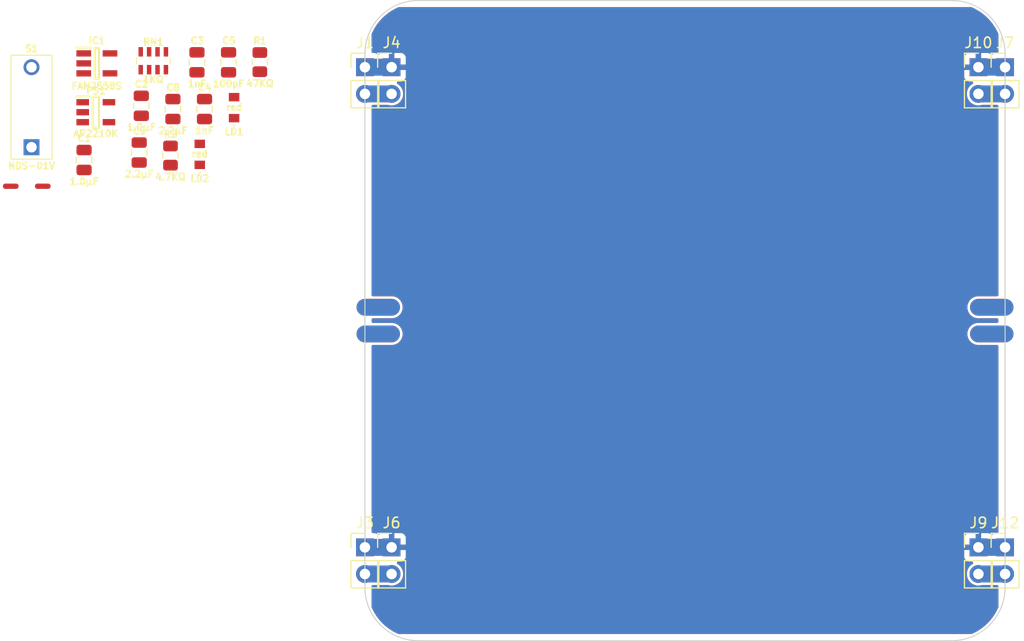
<source format=kicad_pcb>
(kicad_pcb (version 20221018) (generator pcbnew)
  (layers (0 "F.Cu" signal) (31 "B.Cu" signal) (34 "B.Paste" user) (37 "F.SilkS" user "F.Silkscreen") (38 "B.Mask" user) (39 "F.Mask" user) (44 "Edge.Cuts" user))
  (net 0 "")
  (net 1 "/GND")
  (net 2 "/Source 5V")
  (net 3 "unconnected-(J1-Pad2)")
  (net 4 "unconnected-(J10-Pad2)")
  (net 5 "unconnected-(J12-Pad2)")
  (net 6 "/5V")
  (net 7 "Net-(C5-Pad1)")
  (net 8 "/3.8V")
  (net 9 "/~{Power Error}")
  (net 10 "Net-(LD1-Pad1)")
  (net 11 "/Power LED")
  (net 12 "Net-(LD2-Pad1)")
  (net 13 "/Reset LED")
  (net 14 "/~{Reset}")
  (net 19 "/LED Enable")
  (footprint "Connector_PinHeader_2.54mm:PinHeader_1x02_P2.54mm_Vertical" (layer "F.Cu") (at 127 76.2)
    (fp_text reference "J4" (at 0 -2.33) (layer "F.SilkS"))
    (fp_text value "Conn_01x02_Male")
    (fp_line (start -1.33 -1.33) (end 0 -1.33) (stroke (width 0.12)) (layer "F.SilkS"))
    (fp_line (start -1.33 0) (end -1.33 -1.33) (stroke (width 0.12)) (layer "F.SilkS"))
    (fp_line (start -1.33 1.27) (end -1.33 3.87) (stroke (width 0.12)) (layer "F.SilkS"))
    (fp_line (start -1.33 1.27) (end 1.33 1.27) (stroke (width 0.12)) (layer "F.SilkS"))
    (fp_line (start -1.33 3.87) (end 1.33 3.87) (stroke (width 0.12)) (layer "F.SilkS"))
    (fp_line (start 1.33 1.27) (end 1.33 3.87) (stroke (width 0.12)) (layer "F.SilkS"))
    (pad "1" thru_hole rect (at 0 0) (size 1.7 1.7) (drill 1) (layers "*.Cu" "*.Mask") (net 1 "/GND"))
    (pad "2" thru_hole oval (at 0 2.54) (size 1.7 1.7) (drill 1) (layers "*.Cu" "*.Mask") (net 3 "unconnected-(J1-Pad2)"))
  )
  (footprint "Connector_PinHeader_2.54mm:PinHeader_1x02_P2.54mm_Vertical" (layer "F.Cu") (at 182.88 76.2)
    (fp_text reference "J10" (at 0 -2.33) (layer "F.SilkS"))
    (fp_text value "Conn_01x02_Male")
    (fp_line (start -1.33 -1.33) (end 0 -1.33) (stroke (width 0.12)) (layer "F.SilkS"))
    (fp_line (start -1.33 0) (end -1.33 -1.33) (stroke (width 0.12)) (layer "F.SilkS"))
    (fp_line (start -1.33 1.27) (end -1.33 3.87) (stroke (width 0.12)) (layer "F.SilkS"))
    (fp_line (start -1.33 1.27) (end 1.33 1.27) (stroke (width 0.12)) (layer "F.SilkS"))
    (fp_line (start -1.33 3.87) (end 1.33 3.87) (stroke (width 0.12)) (layer "F.SilkS"))
    (fp_line (start 1.33 1.27) (end 1.33 3.87) (stroke (width 0.12)) (layer "F.SilkS"))
    (pad "1" thru_hole rect (at 0 0) (size 1.7 1.7) (drill 1) (layers "*.Cu" "*.Mask") (net 1 "/GND"))
    (pad "2" thru_hole oval (at 0 2.54) (size 1.7 1.7) (drill 1) (layers "*.Cu" "*.Mask") (net 4 "unconnected-(J10-Pad2)"))
  )
  (footprint "SamacSys_Parts:R_0805" (layer "F.Cu") (at 105.955 84.615)
    (fp_text reference "R2" (at 0 -2.032 180) (layer "F.SilkS") (effects (font (size 0.635 0.635))))
    (fp_text value "R_0805" hide)
    (fp_text user "${Description}" (at 0 2.032 180) (layer "F.SilkS") (effects (font (size 0.635 0.635))))
    (fp_line (start -0.745 0.227064) (end -0.745 -0.227064) (stroke (width 0.12)) (layer "F.SilkS"))
    (fp_line (start 0.725 0.227064) (end 0.725 -0.227064) (stroke (width 0.12)) (layer "F.SilkS"))
    (pad "1" smd roundrect (at -0.01 0.9125 90) (size 1.025 1.4) (layers "F.Cu" "F.Paste" "F.Mask") (roundrect_rratio 0.243902) (net 19 "/LED Enable"))
    (pad "2" smd roundrect (at -0.01 -0.9125 90) (size 1.025 1.4) (layers "F.Cu" "F.Paste" "F.Mask") (roundrect_rratio 0.243902) (net 6 "/5V"))
  )
  (footprint "SamacSys_Parts:C_0805" (layer "F.Cu") (at 97.715 85.051)
    (fp_text reference "C1" (at 0.027 -2.075 180) (layer "F.SilkS") (effects (font (size 0.635 0.635))))
    (fp_text value "C_0805" hide)
    (fp_text user "${Description}" (at 0 2.032) (layer "F.SilkS") (effects (font (size 0.635 0.635))))
    (fp_line (start -0.735 0.245252) (end -0.735 -0.277252) (stroke (width 0.12)) (layer "F.SilkS"))
    (fp_line (start 0.735 0.245252) (end 0.735 -0.277252) (stroke (width 0.12)) (layer "F.SilkS"))
    (pad "1" smd roundrect (at 0 0.934 90) (size 1 1.45) (layers "F.Cu" "F.Paste" "F.Mask") (net 2 "/Source 5V"))
    (pad "2" smd roundrect (at 0 -0.966 90) (size 1 1.45) (layers "F.Cu" "F.Paste" "F.Mask") (net 1 "/GND"))
  )
  (footprint "SamacSys_Parts:C_0805" (layer "F.Cu") (at 109.185 80.201)
    (fp_text reference "C4" (at 0.027 -2.075 180) (layer "F.SilkS") (effects (font (size 0.635 0.635))))
    (fp_text value "C_0805" hide)
    (fp_text user "${Description}" (at 0 2.032) (layer "F.SilkS") (effects (font (size 0.635 0.635))))
    (fp_line (start -0.735 0.245252) (end -0.735 -0.277252) (stroke (width 0.12)) (layer "F.SilkS"))
    (fp_line (start 0.735 0.245252) (end 0.735 -0.277252) (stroke (width 0.12)) (layer "F.SilkS"))
    (pad "1" smd roundrect (at 0 0.934 90) (size 1 1.45) (layers "F.Cu" "F.Paste" "F.Mask") (net 6 "/5V"))
    (pad "2" smd roundrect (at 0 -0.966 90) (size 1 1.45) (layers "F.Cu" "F.Paste" "F.Mask") (net 1 "/GND"))
  )
  (footprint "SamacSys_Parts:CAY16-J4" (layer "F.Cu") (at 104.31 75.584)
    (fp_text reference "RN1" (at 0 -1.778) (layer "F.SilkS") (effects (font (size 0.635 0.635))))
    (fp_text value "CAY16-102J4LF" hide)
    (fp_text user "${Silkscreen}" (at 0 1.778) (layer "F.SilkS") (effects (font (size 0.635 0.635))))
    (fp_line (start -1.6 -0.3) (end -1.6 0.3) (stroke (width 0.1)) (layer "F.SilkS"))
    (fp_line (start 1.6 -0.3) (end 1.6 0.3) (stroke (width 0.1)) (layer "F.SilkS"))
    (pad "1" smd rect (at -1.2 0.85) (size 0.425 0.9) (layers "F.Cu" "F.Paste" "F.Mask") (net 1 "/GND"))
    (pad "2" smd rect (at -0.4 0.85) (size 0.425 0.9) (layers "F.Cu" "F.Paste" "F.Mask"))
    (pad "3" smd rect (at 0.4 0.85) (size 0.425 0.9) (layers "F.Cu" "F.Paste" "F.Mask"))
    (pad "4" smd rect (at 1.2 0.85) (size 0.425 0.9) (layers "F.Cu" "F.Paste" "F.Mask") (net 1 "/GND"))
    (pad "5" smd rect (at 1.2 -0.85) (size 0.425 0.9) (layers "F.Cu" "F.Paste" "F.Mask") (net 12 "Net-(LD2-Pad1)"))
    (pad "6" smd rect (at 0.4 -0.85) (size 0.425 0.9) (layers "F.Cu" "F.Paste" "F.Mask"))
    (pad "7" smd rect (at -0.4 -0.85) (size 0.425 0.9) (layers "F.Cu" "F.Paste" "F.Mask"))
    (pad "8" smd rect (at -1.2 -0.85) (size 0.425 0.9) (layers "F.Cu" "F.Paste" "F.Mask") (net 10 "Net-(LD1-Pad1)"))
  )
  (footprint "Connector_PinHeader_2.54mm:PinHeader_1x02_P2.54mm_Vertical" (layer "F.Cu") (at 127 121.92)
    (fp_text reference "J6" (at 0 -2.33) (layer "F.SilkS"))
    (fp_text value "Conn_01x02_Male")
    (fp_line (start -1.33 -1.33) (end 0 -1.33) (stroke (width 0.12)) (layer "F.SilkS"))
    (fp_line (start -1.33 0) (end -1.33 -1.33) (stroke (width 0.12)) (layer "F.SilkS"))
    (fp_line (start -1.33 1.27) (end -1.33 3.87) (stroke (width 0.12)) (layer "F.SilkS"))
    (fp_line (start -1.33 1.27) (end 1.33 1.27) (stroke (width 0.12)) (layer "F.SilkS"))
    (fp_line (start -1.33 3.87) (end 1.33 3.87) (stroke (width 0.12)) (layer "F.SilkS"))
    (fp_line (start 1.33 1.27) (end 1.33 3.87) (stroke (width 0.12)) (layer "F.SilkS"))
    (pad "1" thru_hole rect (at 0 0) (size 1.7 1.7) (drill 1) (layers "*.Cu" "*.Mask") (net 1 "/GND"))
    (pad "2" thru_hole oval (at 0 2.54) (size 1.7 1.7) (drill 1) (layers "*.Cu" "*.Mask") (net 2 "/Source 5V"))
  )
  (footprint "SamacSys_Parts:C_0805" (layer "F.Cu") (at 102.965 84.341)
    (fp_text reference "C9" (at 0.027 -2.075 180) (layer "F.SilkS") (effects (font (size 0.635 0.635))))
    (fp_text value "C_0805" hide)
    (fp_text user "${Description}" (at 0 2.032) (layer "F.SilkS") (effects (font (size 0.635 0.635))))
    (fp_line (start -0.735 0.245252) (end -0.735 -0.277252) (stroke (width 0.12)) (layer "F.SilkS"))
    (fp_line (start 0.735 0.245252) (end 0.735 -0.277252) (stroke (width 0.12)) (layer "F.SilkS"))
    (pad "1" smd roundrect (at 0 0.934 90) (size 1 1.45) (layers "F.Cu" "F.Paste" "F.Mask") (net 8 "/3.8V"))
    (pad "2" smd roundrect (at 0 -0.966 90) (size 1 1.45) (layers "F.Cu" "F.Paste" "F.Mask") (net 1 "/GND"))
  )
  (footprint "Connector_PinHeader_2.54mm:PinHeader_1x02_P2.54mm_Vertical" (layer "F.Cu") (at 124.46 76.2)
    (fp_text reference "J1" (at 0 -2.33) (layer "F.SilkS"))
    (fp_text value "Conn_01x02_Male")
    (fp_line (start -1.33 -1.33) (end 0 -1.33) (stroke (width 0.12)) (layer "F.SilkS"))
    (fp_line (start -1.33 0) (end -1.33 -1.33) (stroke (width 0.12)) (layer "F.SilkS"))
    (fp_line (start -1.33 1.27) (end -1.33 3.87) (stroke (width 0.12)) (layer "F.SilkS"))
    (fp_line (start -1.33 1.27) (end 1.33 1.27) (stroke (width 0.12)) (layer "F.SilkS"))
    (fp_line (start -1.33 3.87) (end 1.33 3.87) (stroke (width 0.12)) (layer "F.SilkS"))
    (fp_line (start 1.33 1.27) (end 1.33 3.87) (stroke (width 0.12)) (layer "F.SilkS"))
    (pad "1" thru_hole rect (at 0 0) (size 1.7 1.7) (drill 1) (layers "*.Cu" "*.Mask") (net 1 "/GND"))
    (pad "2" thru_hole oval (at 0 2.54) (size 1.7 1.7) (drill 1) (layers "*.Cu" "*.Mask") (net 3 "unconnected-(J1-Pad2)"))
  )
  (footprint "NetTie:NetTie-2_SMD_Pad0.5mm" (layer "F.Cu") (at 93.785 87.535)
    (fp_text reference "NT1" hide)
    (fp_text value "NetTie_2" hide)
    (fp_poly (pts (xy -0.5 -0.25) (xy 0.5 -0.25) (xy 0.5 0.25) (xy -0.5 0.25)) (fill solid) (layer "F.Cu"))
    (pad "1" smd circle (at -0.5 0) (size 0.5 0.5) (layers "F.Cu") (net 6 "/5V"))
    (pad "2" smd circle (at 0.5 0) (size 0.5 0.5) (layers "F.Cu") (net 11 "/Power LED"))
  )
  (footprint "Connector_PinHeader_2.54mm:PinHeader_1x02_P2.54mm_Vertical" (layer "F.Cu") (at 185.42 121.92)
    (fp_text reference "J12" (at 0 -2.33) (layer "F.SilkS"))
    (fp_text value "Conn_01x02_Male")
    (fp_line (start -1.33 -1.33) (end 0 -1.33) (stroke (width 0.12)) (layer "F.SilkS"))
    (fp_line (start -1.33 0) (end -1.33 -1.33) (stroke (width 0.12)) (layer "F.SilkS"))
    (fp_line (start -1.33 1.27) (end -1.33 3.87) (stroke (width 0.12)) (layer "F.SilkS"))
    (fp_line (start -1.33 1.27) (end 1.33 1.27) (stroke (width 0.12)) (layer "F.SilkS"))
    (fp_line (start -1.33 3.87) (end 1.33 3.87) (stroke (width 0.12)) (layer "F.SilkS"))
    (fp_line (start 1.33 1.27) (end 1.33 3.87) (stroke (width 0.12)) (layer "F.SilkS"))
    (pad "1" thru_hole rect (at 0 0) (size 1.7 1.7) (drill 1) (layers "*.Cu" "*.Mask") (net 1 "/GND"))
    (pad "2" thru_hole oval (at 0 2.54) (size 1.7 1.7) (drill 1) (layers "*.Cu" "*.Mask") (net 5 "unconnected-(J12-Pad2)"))
  )
  (footprint "NetTie:NetTie-2_SMD_Pad0.5mm" (layer "F.Cu") (at 90.735 87.535)
    (fp_text reference "NT2" hide)
    (fp_text value "NetTie_2" hide)
    (fp_poly (pts (xy -0.5 -0.25) (xy 0.5 -0.25) (xy 0.5 0.25) (xy -0.5 0.25)) (fill solid) (layer "F.Cu"))
    (pad "1" smd circle (at -0.5 0) (size 0.5 0.5) (layers "F.Cu") (net 14 "/~{Reset}"))
    (pad "2" smd circle (at 0.5 0) (size 0.5 0.5) (layers "F.Cu") (net 13 "/Reset LED"))
  )
  (footprint "SamacSys_Parts:C_0805" (layer "F.Cu") (at 103.165 79.891)
    (fp_text reference "C2" (at 0.027 -2.075 180) (layer "F.SilkS") (effects (font (size 0.635 0.635))))
    (fp_text value "C_0805" hide)
    (fp_text user "${Description}" (at 0 2.032) (layer "F.SilkS") (effects (font (size 0.635 0.635))))
    (fp_line (start -0.735 0.245252) (end -0.735 -0.277252) (stroke (width 0.12)) (layer "F.SilkS"))
    (fp_line (start 0.735 0.245252) (end 0.735 -0.277252) (stroke (width 0.12)) (layer "F.SilkS"))
    (pad "1" smd roundrect (at 0 0.934 90) (size 1 1.45) (layers "F.Cu" "F.Paste" "F.Mask") (net 2 "/Source 5V"))
    (pad "2" smd roundrect (at 0 -0.966 90) (size 1 1.45) (layers "F.Cu" "F.Paste" "F.Mask") (net 1 "/GND"))
  )
  (footprint "SamacSys_Parts:C_0805" (layer "F.Cu") (at 108.465 75.751)
    (fp_text reference "C3" (at 0.027 -2.075 180) (layer "F.SilkS") (effects (font (size 0.635 0.635))))
    (fp_text value "C_0805" hide)
    (fp_text user "${Description}" (at 0 2.032) (layer "F.SilkS") (effects (font (size 0.635 0.635))))
    (fp_line (start -0.735 0.245252) (end -0.735 -0.277252) (stroke (width 0.12)) (layer "F.SilkS"))
    (fp_line (start 0.735 0.245252) (end 0.735 -0.277252) (stroke (width 0.12)) (layer "F.SilkS"))
    (pad "1" smd roundrect (at 0 0.934 90) (size 1 1.45) (layers "F.Cu" "F.Paste" "F.Mask") (net 6 "/5V"))
    (pad "2" smd roundrect (at 0 -0.966 90) (size 1 1.45) (layers "F.Cu" "F.Paste" "F.Mask") (net 1 "/GND"))
  )
  (footprint "SamacSys_Parts:C_0805" (layer "F.Cu") (at 106.175 80.201)
    (fp_text reference "C8" (at 0.027 -2.075 180) (layer "F.SilkS") (effects (font (size 0.635 0.635))))
    (fp_text value "C_0805" hide)
    (fp_text user "${Description}" (at 0 2.032) (layer "F.SilkS") (effects (font (size 0.635 0.635))))
    (fp_line (start -0.735 0.245252) (end -0.735 -0.277252) (stroke (width 0.12)) (layer "F.SilkS"))
    (fp_line (start 0.735 0.245252) (end 0.735 -0.277252) (stroke (width 0.12)) (layer "F.SilkS"))
    (pad "1" smd roundrect (at 0 0.934 90) (size 1 1.45) (layers "F.Cu" "F.Paste" "F.Mask") (net 6 "/5V"))
    (pad "2" smd roundrect (at 0 -0.966 90) (size 1 1.45) (layers "F.Cu" "F.Paste" "F.Mask") (net 1 "/GND"))
  )
  (footprint "SamacSys_Parts:NDS01V" (layer "F.Cu") (at 92.71 83.82)
    (fp_text reference "S1" (at 0 -9.398) (layer "F.SilkS") (effects (font (size 0.635 0.635))))
    (fp_text value "NDS-01V" (at 0 1.778) (layer "F.SilkS") (effects (font (size 0.635 0.635))))
    (fp_line (start -1.95 -8.76) (end 1.95 -8.76) (stroke (width 0.1)) (layer "F.SilkS"))
    (fp_line (start -1.95 1.14) (end -1.95 -8.76) (stroke (width 0.1)) (layer "F.SilkS"))
    (fp_line (start 1.95 -8.76) (end 1.95 1.14) (stroke (width 0.1)) (layer "F.SilkS"))
    (fp_line (start 1.95 1.14) (end -1.95 1.14) (stroke (width 0.1)) (layer "F.SilkS"))
    (pad "1" thru_hole rect (at 0 0) (size 1.509 1.509) (drill 1) (layers "*.Cu" "*.Mask") (net 19 "/LED Enable"))
    (pad "2" thru_hole circle (at 0 -7.62) (size 1.509 1.509) (drill 1) (layers "*.Cu" "*.Mask") (net 1 "/GND"))
  )
  (footprint "Connector_PinHeader_2.54mm:PinHeader_1x02_P2.54mm_Vertical" (layer "F.Cu") (at 124.46 121.92)
    (fp_text reference "J3" (at 0 -2.33) (layer "F.SilkS"))
    (fp_text value "Conn_01x02_Male")
    (fp_line (start -1.33 -1.33) (end 0 -1.33) (stroke (width 0.12)) (layer "F.SilkS"))
    (fp_line (start -1.33 0) (end -1.33 -1.33) (stroke (width 0.12)) (layer "F.SilkS"))
    (fp_line (start -1.33 1.27) (end -1.33 3.87) (stroke (width 0.12)) (layer "F.SilkS"))
    (fp_line (start -1.33 1.27) (end 1.33 1.27) (stroke (width 0.12)) (layer "F.SilkS"))
    (fp_line (start -1.33 3.87) (end 1.33 3.87) (stroke (width 0.12)) (layer "F.SilkS"))
    (fp_line (start 1.33 1.27) (end 1.33 3.87) (stroke (width 0.12)) (layer "F.SilkS"))
    (pad "1" thru_hole rect (at 0 0) (size 1.7 1.7) (drill 1) (layers "*.Cu" "*.Mask") (net 1 "/GND"))
    (pad "2" thru_hole oval (at 0 2.54) (size 1.7 1.7) (drill 1) (layers "*.Cu" "*.Mask") (net 2 "/Source 5V"))
  )
  (footprint "SamacSys_Parts:SOT95P282X130-5N" (layer "F.Cu") (at 98.835 80.485)
    (fp_text reference "PS1" (at 0 -2.032) (layer "F.SilkS") (effects (font (size 0.635 0.635))))
    (fp_text value "AP2210K-5.0TRG1" hide)
    (fp_text user "${Silkscreen}" (at 0 2.032) (layer "F.SilkS") (effects (font (size 0.635 0.635))))
    (fp_line (start -1.85 -1.5) (end -0.65 -1.5) (stroke (width 0.2)) (layer "F.SilkS"))
    (fp_line (start -0.3 -1.48) (end 0.3 -1.48) (stroke (width 0.2)) (layer "F.SilkS"))
    (fp_line (start -0.3 1.48) (end -0.3 -1.48) (stroke (width 0.2)) (layer "F.SilkS"))
    (fp_line (start 0.3 -1.48) (end 0.3 1.48) (stroke (width 0.2)) (layer "F.SilkS"))
    (fp_line (start 0.3 1.48) (end -0.3 1.48) (stroke (width 0.2)) (layer "F.SilkS"))
    (pad "1" smd rect (at -1.25 -0.95 90) (size 0.6 1.2) (layers "F.Cu" "F.Paste" "F.Mask") (net 2 "/Source 5V"))
    (pad "2" smd rect (at -1.25 0 90) (size 0.6 1.2) (layers "F.Cu" "F.Paste" "F.Mask") (net 1 "/GND"))
    (pad "3" smd rect (at -1.25 0.95 90) (size 0.6 1.2) (layers "F.Cu" "F.Paste" "F.Mask") (net 2 "/Source 5V"))
    (pad "4" smd rect (at 1.25 0.95 90) (size 0.6 1.2) (layers "F.Cu" "F.Paste" "F.Mask") (net 7 "Net-(C5-Pad1)"))
    (pad "5" smd rect (at 1.25 -0.95 90) (size 0.6 1.2) (layers "F.Cu" "F.Paste" "F.Mask") (net 6 "/5V"))
  )
  (footprint "Connector_PinHeader_2.54mm:PinHeader_1x02_P2.54mm_Vertical" (layer "F.Cu") (at 185.42 76.2)
    (fp_text reference "J7" (at 0 -2.33) (layer "F.SilkS"))
    (fp_text value "Conn_01x02_Male")
    (fp_line (start -1.33 -1.33) (end 0 -1.33) (stroke (width 0.12)) (layer "F.SilkS"))
    (fp_line (start -1.33 0) (end -1.33 -1.33) (stroke (width 0.12)) (layer "F.SilkS"))
    (fp_line (start -1.33 1.27) (end -1.33 3.87) (stroke (width 0.12)) (layer "F.SilkS"))
    (fp_line (start -1.33 1.27) (end 1.33 1.27) (stroke (width 0.12)) (layer "F.SilkS"))
    (fp_line (start -1.33 3.87) (end 1.33 3.87) (stroke (width 0.12)) (layer "F.SilkS"))
    (fp_line (start 1.33 1.27) (end 1.33 3.87) (stroke (width 0.12)) (layer "F.SilkS"))
    (pad "1" thru_hole rect (at 0 0) (size 1.7 1.7) (drill 1) (layers "*.Cu" "*.Mask") (net 1 "/GND"))
    (pad "2" thru_hole oval (at 0 2.54) (size 1.7 1.7) (drill 1) (layers "*.Cu" "*.Mask") (net 4 "unconnected-(J10-Pad2)"))
  )
  (footprint "SamacSys_Parts:SOT95P270X145-5N" (layer "F.Cu") (at 98.935 75.835)
    (fp_text reference "IC1" (at 0 -2.159) (layer "F.SilkS") (effects (font (size 0.635 0.635))))
    (fp_text value "FAN2558S38X" hide)
    (fp_text user "${Silkscreen}" (at 0 2.159) (layer "F.SilkS") (effects (font (size 0.635 0.635))))
    (fp_line (start -1.95 -1.5) (end -0.55 -1.5) (stroke (width 0.2)) (layer "F.SilkS"))
    (fp_line (start -0.2 -1.45) (end 0.2 -1.45) (stroke (width 0.2)) (layer "F.SilkS"))
    (fp_line (start -0.2 1.45) (end -0.2 -1.45) (stroke (width 0.2)) (layer "F.SilkS"))
    (fp_line (start 0.2 -1.45) (end 0.2 1.45) (stroke (width 0.2)) (layer "F.SilkS"))
    (fp_line (start 0.2 1.45) (end -0.2 1.45) (stroke (width 0.2)) (layer "F.SilkS"))
    (pad "1" smd rect (at -1.25 -0.95 90) (size 0.6 1.4) (layers "F.Cu" "F.Paste" "F.Mask") (net 2 "/Source 5V"))
    (pad "2" smd rect (at -1.25 0 90) (size 0.6 1.4) (layers "F.Cu" "F.Paste" "F.Mask") (net 1 "/GND"))
    (pad "3" smd rect (at -1.25 0.95 90) (size 0.6 1.4) (layers "F.Cu" "F.Paste" "F.Mask") (net 2 "/Source 5V"))
    (pad "4" smd rect (at 1.25 0.95 90) (size 0.6 1.4) (layers "F.Cu" "F.Paste" "F.Mask") (net 9 "/~{Power Error}"))
    (pad "5" smd rect (at 1.25 -0.95 90) (size 0.6 1.4) (layers "F.Cu" "F.Paste" "F.Mask") (net 8 "/3.8V"))
  )
  (footprint "Connector_PinHeader_2.54mm:PinHeader_1x02_P2.54mm_Vertical" (layer "F.Cu") (at 182.88 121.92)
    (fp_text reference "J9" (at 0 -2.33) (layer "F.SilkS"))
    (fp_text value "Conn_01x02_Male")
    (fp_line (start -1.33 -1.33) (end 0 -1.33) (stroke (width 0.12)) (layer "F.SilkS"))
    (fp_line (start -1.33 0) (end -1.33 -1.33) (stroke (width 0.12)) (layer "F.SilkS"))
    (fp_line (start -1.33 1.27) (end -1.33 3.87) (stroke (width 0.12)) (layer "F.SilkS"))
    (fp_line (start -1.33 1.27) (end 1.33 1.27) (stroke (width 0.12)) (layer "F.SilkS"))
    (fp_line (start -1.33 3.87) (end 1.33 3.87) (stroke (width 0.12)) (layer "F.SilkS"))
    (fp_line (start 1.33 1.27) (end 1.33 3.87) (stroke (width 0.12)) (layer "F.SilkS"))
    (pad "1" thru_hole rect (at 0 0) (size 1.7 1.7) (drill 1) (layers "*.Cu" "*.Mask") (net 1 "/GND"))
    (pad "2" thru_hole oval (at 0 2.54) (size 1.7 1.7) (drill 1) (layers "*.Cu" "*.Mask") (net 5 "unconnected-(J12-Pad2)"))
  )
  (footprint "SamacSys_Parts:150224SS73100A" (layer "F.Cu") (at 112.002 80.066)
    (fp_text reference "LD1" (at 0 2.286 180) (layer "F.SilkS") (effects (font (size 0.635 0.635))))
    (fp_text value "150224SS73100" hide)
    (fp_text user "${Silkscreen}" (at 0 -0.0508) (layer "F.SilkS") (effects (font (size 0.635 0.635))))
    (fp_line (start 0 1.651) (end 0 1.651) (stroke (width 0.1)) (layer "F.SilkS"))
    (fp_line (start 0 1.751) (end 0 1.751) (stroke (width 0.1)) (layer "F.SilkS"))
    (fp_arc (start 0 1.651) (mid 0.05 1.701) (end 0 1.751) (stroke (width 0.1)) (layer "F.SilkS"))
    (fp_arc (start 0 1.751) (mid -0.05 1.701) (end 0 1.651) (stroke (width 0.1)) (layer "F.SilkS"))
    (pad "1" smd rect (at 0 0.984 90) (size 0.8 1) (layers "F.Cu" "F.Paste" "F.Mask") (net 10 "Net-(LD1-Pad1)"))
    (pad "2" smd rect (at 0 -1.016 90) (size 0.8 1) (layers "F.Cu" "F.Paste" "F.Mask") (net 11 "/Power LED"))
  )
  (footprint "SamacSys_Parts:R_0805" (layer "F.Cu") (at 114.465 75.715)
    (fp_text reference "R1" (at 0 -2.032 180) (layer "F.SilkS") (effects (font (size 0.635 0.635))))
    (fp_text value "R_0805" hide)
    (fp_text user "${Description}" (at 0 2.032 180) (layer "F.SilkS") (effects (font (size 0.635 0.635))))
    (fp_line (start -0.745 0.227064) (end -0.745 -0.227064) (stroke (width 0.12)) (layer "F.SilkS"))
    (fp_line (start 0.725 0.227064) (end 0.725 -0.227064) (stroke (width 0.12)) (layer "F.SilkS"))
    (pad "1" smd roundrect (at -0.01 0.9125 90) (size 1.025 1.4) (layers "F.Cu" "F.Paste" "F.Mask") (roundrect_rratio 0.243902) (net 9 "/~{Power Error}"))
    (pad "2" smd roundrect (at -0.01 -0.9125 90) (size 1.025 1.4) (layers "F.Cu" "F.Paste" "F.Mask") (roundrect_rratio 0.243902) (net 2 "/Source 5V"))
  )
  (footprint "SamacSys_Parts:150224SS73100A" (layer "F.Cu") (at 108.732 84.516)
    (fp_text reference "LD2" (at 0 2.286 180) (layer "F.SilkS") (effects (font (size 0.635 0.635))))
    (fp_text value "150224SS73100" hide)
    (fp_text user "${Silkscreen}" (at 0 -0.0508) (layer "F.SilkS") (effects (font (size 0.635 0.635))))
    (fp_line (start 0 1.651) (end 0 1.651) (stroke (width 0.1)) (layer "F.SilkS"))
    (fp_line (start 0 1.751) (end 0 1.751) (stroke (width 0.1)) (layer "F.SilkS"))
    (fp_arc (start 0 1.651) (mid 0.05 1.701) (end 0 1.751) (stroke (width 0.1)) (layer "F.SilkS"))
    (fp_arc (start 0 1.751) (mid -0.05 1.701) (end 0 1.651) (stroke (width 0.1)) (layer "F.SilkS"))
    (pad "1" smd rect (at 0 0.984 90) (size 0.8 1) (layers "F.Cu" "F.Paste" "F.Mask") (net 12 "Net-(LD2-Pad1)"))
    (pad "2" smd rect (at 0 -1.016 90) (size 0.8 1) (layers "F.Cu" "F.Paste" "F.Mask") (net 13 "/Reset LED"))
  )
  (footprint "SamacSys_Parts:C_0805" (layer "F.Cu") (at 111.475 75.751)
    (fp_text reference "C5" (at 0.027 -2.075 180) (layer "F.SilkS") (effects (font (size 0.635 0.635))))
    (fp_text value "C_0805" hide)
    (fp_text user "${Description}" (at 0 2.032) (layer "F.SilkS") (effects (font (size 0.635 0.635))))
    (fp_line (start -0.735 0.245252) (end -0.735 -0.277252) (stroke (width 0.12)) (layer "F.SilkS"))
    (fp_line (start 0.735 0.245252) (end 0.735 -0.277252) (stroke (width 0.12)) (layer "F.SilkS"))
    (pad "1" smd roundrect (at 0 0.934 90) (size 1 1.45) (layers "F.Cu" "F.Paste" "F.Mask") (net 7 "Net-(C5-Pad1)"))
    (pad "2" smd roundrect (at 0 -0.966 90) (size 1 1.45) (layers "F.Cu" "F.Paste" "F.Mask") (net 1 "/GND"))
  )
  (gr_arc (start 185.42 125.73) (mid 183.932102 129.322102) (end 180.34 130.81) (stroke (width 0.1)) (layer "Edge.Cuts"))
  (gr_arc (start 129.54 130.81) (mid 125.947898 129.322102) (end 124.46 125.73) (stroke (width 0.1)) (layer "Edge.Cuts"))
  (gr_arc (start 180.34 69.85) (mid 183.932102 71.337898) (end 185.42 74.93) (stroke (width 0.1)) (layer "Edge.Cuts"))
  (gr_arc (start 124.459996 74.93) (mid 125.947893 71.337896) (end 129.539996 69.85) (stroke (width 0.1)) (layer "Edge.Cuts"))
  (gr_line (start 124.459996 74.93) (end 124.46 125.73) (stroke (width 0.1)) (layer "Edge.Cuts"))
  (gr_line (start 185.42 125.73) (end 185.42 74.93) (stroke (width 0.1)) (layer "Edge.Cuts"))
  (gr_line (start 129.539992 69.85) (end 180.34 69.85) (stroke (width 0.1)) (layer "Edge.Cuts"))
  (gr_line (start 180.34 130.81) (end 129.54 130.81) (stroke (width 0.1)) (layer "Edge.Cuts"))
  (segment (start 185.42 101.6) (end 182.88 101.6) (width 1.6) (layer "F.Cu") (net 0))
  (segment (start 124.46 101.6) (end 127 101.6) (width 1.6) (layer "F.Cu") (net 0))
  (segment (start 182.88 99.06) (end 185.42 99.06) (width 1.6) (layer "F.Cu") (net 0))
  (segment (start 127 99.06) (end 124.46 99.06) (width 1.6) (layer "F.Cu") (net 0))
  (segment (start 185.42 99.06) (end 182.88 99.06) (width 1.6) (layer "B.Cu") (net 0))
  (segment (start 127 101.6) (end 124.46 101.6) (width 1.6) (layer "B.Cu") (net 0))
  (segment (start 124.46 99.06) (end 127 99.06) (width 1.6) (layer "B.Cu") (net 0))
  (segment (start 182.88 101.6) (end 185.42 101.6) (width 1.6) (layer "B.Cu") (net 0))
  (segment (start 182.88 76.2) (end 185.42 76.2) (width 1.6) (layer "F.Cu") (net 1))
  (segment (start 124.46 76.2) (end 127 76.2) (width 1.6) (layer "F.Cu") (net 1))
  (segment (start 182.88 121.92) (end 185.42 121.92) (width 1.6) (layer "F.Cu") (net 1))
  (segment (start 124.46 121.92) (end 127 121.92) (width 1.6) (layer "F.Cu") (net 1))
  (segment (start 185.42 76.2) (end 182.88 76.2) (width 1.6) (layer "B.Cu") (net 1))
  (segment (start 127 76.2) (end 124.46 76.2) (width 1.6) (layer "B.Cu") (net 1))
  (segment (start 127 121.92) (end 124.46 121.92) (width 1.6) (layer "B.Cu") (net 1))
  (segment (start 185.42 121.92) (end 182.88 121.92) (width 1.6) (layer "B.Cu") (net 1))
  (segment (start 127 124.46) (end 124.46 124.46) (width 1.6) (layer "F.Cu") (net 2))
  (segment (start 124.46 124.46) (end 127 124.46) (width 1.6) (layer "B.Cu") (net 2))
  (segment (start 127 78.74) (end 124.46 78.74) (width 1.6) (layer "F.Cu") (net 3))
  (segment (start 124.46 78.74) (end 127 78.74) (width 1.6) (layer "B.Cu") (net 3))
  (segment (start 185.42 78.74) (end 182.88 78.74) (width 1.6) (layer "F.Cu") (net 4))
  (segment (start 182.88 78.74) (end 185.42 78.74) (width 1.6) (layer "B.Cu") (net 4))
  (segment (start 185.42 124.46) (end 182.88 124.46) (width 1.6) (layer "F.Cu") (net 5))
  (segment (start 182.88 124.46) (end 185.42 124.46) (width 1.6) (layer "B.Cu") (net 5))
  (zone (net 1) (net_name "/GND") (layer "F.Cu") (connect_pads (clearance 0.25)) (min_thickness 0.254) (fill yes (thermal_gap 0.508) (thermal_bridge_width 0.508))
    (polygon (pts (xy 184.785 130.175) (xy 125.095 130.175) (xy 125.095 70.485) (xy 184.785 70.485)))
  )
  (zone (net 1) (net_name "/GND") (layer "B.Cu") (connect_pads (clearance 0.25)) (min_thickness 0.254) (fill yes (thermal_gap 0.508) (thermal_bridge_width 0.508))
    (polygon (pts (xy 184.785 130.175) (xy 125.095 130.175) (xy 125.095 70.485) (xy 184.785 70.485)))
  )
)
</source>
